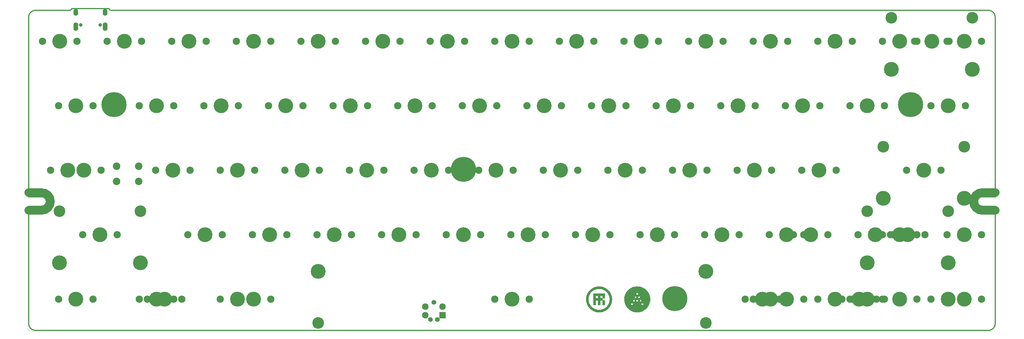
<source format=gbr>
%TF.GenerationSoftware,KiCad,Pcbnew,4.0.7*%
%TF.CreationDate,2018-04-08T23:12:56-07:00*%
%TF.ProjectId,VoyagerII,566F796167657249492E6B696361645F,rev?*%
%TF.FileFunction,Soldermask,Top*%
%FSLAX46Y46*%
G04 Gerber Fmt 4.6, Leading zero omitted, Abs format (unit mm)*
G04 Created by KiCad (PCBNEW 4.0.7) date 04/08/18 23:12:56*
%MOMM*%
%LPD*%
G01*
G04 APERTURE LIST*
%ADD10C,0.100000*%
%ADD11C,0.300000*%
%ADD12C,2.501900*%
%ADD13C,0.010000*%
%ADD14C,4.387800*%
%ADD15C,2.150000*%
%ADD16C,3.448000*%
%ADD17C,7.401300*%
%ADD18C,7.400240*%
%ADD19C,1.400000*%
%ADD20O,1.400000X2.000000*%
%ADD21O,1.400000X2.500000*%
%ADD22C,1.050000*%
%ADD23C,1.388060*%
%ADD24C,1.385520*%
%ADD25C,1.924000*%
%ADD26R,1.924000X1.924000*%
%ADD27C,2.200000*%
G04 APERTURE END LIST*
D10*
D11*
X50000000Y-47950000D02*
X60200000Y-47950000D01*
X71700000Y-47450000D02*
G75*
G03X72200000Y-47950000I500000J0D01*
G01*
X60200000Y-47950000D02*
G75*
G03X60700000Y-47450000I0J500000D01*
G01*
X60700000Y-47450000D02*
X71700000Y-47450000D01*
D12*
X329200000Y-101799050D02*
X333000000Y-101799050D01*
X326549050Y-104450000D02*
G75*
G02X329200000Y-101799050I2650950J0D01*
G01*
X329200000Y-107100950D02*
G75*
G02X326549050Y-104450000I0J2650950D01*
G01*
X329200000Y-107100950D02*
X333050000Y-107100950D01*
X48000000Y-101799050D02*
X51800000Y-101799050D01*
X54450950Y-104450000D02*
G75*
G03X51800000Y-101799050I-2650950J0D01*
G01*
X51800000Y-107100950D02*
G75*
G03X54450950Y-104450000I0J2650950D01*
G01*
X48000000Y-107100950D02*
X51800000Y-107100950D01*
D11*
X51800000Y-105850000D02*
G75*
G03X53200000Y-104450000I0J1400000D01*
G01*
X329200000Y-103050000D02*
X333000000Y-103050000D01*
X329200000Y-105850000D02*
X333000000Y-105850000D01*
X333000000Y-103050000D02*
X333000000Y-49950000D01*
X333000000Y-105850000D02*
X333000000Y-140550000D01*
X329200000Y-105850000D02*
G75*
G02X327800000Y-104450000I0J1400000D01*
G01*
X327800000Y-104450000D02*
G75*
G02X329200000Y-103050000I1400000J0D01*
G01*
X48000000Y-103050000D02*
X48000000Y-49950000D01*
X51800000Y-103050000D02*
X48000000Y-103050000D01*
X53200000Y-104450000D02*
G75*
G03X51800000Y-103050000I-1400000J0D01*
G01*
X48000000Y-105850000D02*
X51800000Y-105850000D01*
X48000000Y-140550000D02*
X48000000Y-105850000D01*
X333000000Y-49950000D02*
G75*
G03X331000000Y-47950000I-2000000J0D01*
G01*
X331000000Y-142550000D02*
G75*
G03X333000000Y-140550000I0J2000000D01*
G01*
X48000000Y-140550000D02*
G75*
G03X50000000Y-142550000I2000000J0D01*
G01*
X50000000Y-47950000D02*
G75*
G03X48000000Y-49950000I0J-2000000D01*
G01*
X331000000Y-47950000D02*
X72200000Y-47950000D01*
X50000000Y-142550000D02*
X331000000Y-142550000D01*
D13*
G36*
X227639735Y-129550138D02*
X227912618Y-129576784D01*
X227937695Y-129580249D01*
X228212326Y-129629208D01*
X228480227Y-129697098D01*
X228740648Y-129783432D01*
X228992840Y-129887721D01*
X229236051Y-130009477D01*
X229469532Y-130148211D01*
X229692533Y-130303434D01*
X229904304Y-130474659D01*
X230104095Y-130661398D01*
X230291155Y-130863160D01*
X230464736Y-131079459D01*
X230624086Y-131309806D01*
X230645374Y-131343400D01*
X230779096Y-131575729D01*
X230895453Y-131817651D01*
X230994194Y-132067803D01*
X231075068Y-132324824D01*
X231137825Y-132587352D01*
X231182214Y-132854025D01*
X231207985Y-133123481D01*
X231214886Y-133394359D01*
X231202668Y-133665296D01*
X231171080Y-133934931D01*
X231147458Y-134071360D01*
X231085042Y-134342506D01*
X231003617Y-134606677D01*
X230903474Y-134863265D01*
X230784902Y-135111662D01*
X230648190Y-135351258D01*
X230493628Y-135581445D01*
X230329193Y-135792447D01*
X230269449Y-135860819D01*
X230198057Y-135937498D01*
X230118968Y-136018604D01*
X230036132Y-136100257D01*
X229953500Y-136178578D01*
X229875022Y-136249689D01*
X229804648Y-136309709D01*
X229791895Y-136320041D01*
X229569165Y-136485687D01*
X229336224Y-136633961D01*
X229093974Y-136764492D01*
X228843315Y-136876909D01*
X228585148Y-136970838D01*
X228320373Y-137045910D01*
X228049891Y-137101752D01*
X227820855Y-137133321D01*
X227723095Y-137141950D01*
X227613748Y-137148469D01*
X227498935Y-137152726D01*
X227384774Y-137154569D01*
X227277385Y-137153848D01*
X227182889Y-137150411D01*
X227167733Y-137149493D01*
X226889602Y-137121384D01*
X226616414Y-137073721D01*
X226348928Y-137006805D01*
X226087901Y-136920940D01*
X225834092Y-136816428D01*
X225588258Y-136693574D01*
X225351157Y-136552679D01*
X225123547Y-136394046D01*
X224966927Y-136269818D01*
X224898555Y-136210074D01*
X224821876Y-136138682D01*
X224740770Y-136059593D01*
X224659117Y-135976757D01*
X224580796Y-135894125D01*
X224509685Y-135815647D01*
X224449665Y-135745273D01*
X224439333Y-135732520D01*
X224273900Y-135510035D01*
X224125535Y-135276912D01*
X223994704Y-135034160D01*
X223881873Y-134782785D01*
X223787507Y-134523795D01*
X223780204Y-134498080D01*
X225611055Y-134498080D01*
X225611055Y-135016240D01*
X226129215Y-135016240D01*
X226129215Y-134498080D01*
X228659055Y-134498080D01*
X228659055Y-135016240D01*
X229177215Y-135016240D01*
X229177215Y-134498080D01*
X228659055Y-134498080D01*
X226129215Y-134498080D01*
X225611055Y-134498080D01*
X223780204Y-134498080D01*
X223712073Y-134258200D01*
X223671257Y-134071360D01*
X223630062Y-133804448D01*
X223608012Y-133533945D01*
X223607546Y-133492240D01*
X226129215Y-133492240D01*
X226129215Y-134010400D01*
X226647375Y-134010400D01*
X226647375Y-133492240D01*
X227135055Y-133492240D01*
X227135055Y-134010400D01*
X227653215Y-134010400D01*
X227653215Y-133492240D01*
X228171375Y-133492240D01*
X228171375Y-134010400D01*
X228659055Y-134010400D01*
X228659055Y-133492240D01*
X228171375Y-133492240D01*
X227653215Y-133492240D01*
X227135055Y-133492240D01*
X226647375Y-133492240D01*
X226129215Y-133492240D01*
X223607546Y-133492240D01*
X223604968Y-133261818D01*
X223620791Y-132990032D01*
X223655342Y-132720554D01*
X223702259Y-132486400D01*
X226647375Y-132486400D01*
X226647375Y-132974080D01*
X227135055Y-132974080D01*
X227135055Y-132486400D01*
X227653215Y-132486400D01*
X227653215Y-132974080D01*
X228171375Y-132974080D01*
X228171375Y-132486400D01*
X227653215Y-132486400D01*
X227135055Y-132486400D01*
X226647375Y-132486400D01*
X223702259Y-132486400D01*
X223708481Y-132455350D01*
X223780071Y-132196388D01*
X223810218Y-132105400D01*
X223909890Y-131848440D01*
X224027621Y-131600218D01*
X224112634Y-131450080D01*
X227135055Y-131450080D01*
X227135055Y-131968240D01*
X227653215Y-131968240D01*
X227653215Y-131450080D01*
X227135055Y-131450080D01*
X224112634Y-131450080D01*
X224162734Y-131361603D01*
X224314553Y-131133468D01*
X224482399Y-130916683D01*
X224665597Y-130712121D01*
X224863469Y-130520652D01*
X225075338Y-130343148D01*
X225300527Y-130180480D01*
X225311335Y-130173276D01*
X225544433Y-130030555D01*
X225786711Y-129905577D01*
X226036978Y-129798613D01*
X226294044Y-129709930D01*
X226556721Y-129639797D01*
X226823818Y-129588483D01*
X227094146Y-129556256D01*
X227366515Y-129543385D01*
X227639735Y-129550138D01*
X227639735Y-129550138D01*
G37*
X227639735Y-129550138D02*
X227912618Y-129576784D01*
X227937695Y-129580249D01*
X228212326Y-129629208D01*
X228480227Y-129697098D01*
X228740648Y-129783432D01*
X228992840Y-129887721D01*
X229236051Y-130009477D01*
X229469532Y-130148211D01*
X229692533Y-130303434D01*
X229904304Y-130474659D01*
X230104095Y-130661398D01*
X230291155Y-130863160D01*
X230464736Y-131079459D01*
X230624086Y-131309806D01*
X230645374Y-131343400D01*
X230779096Y-131575729D01*
X230895453Y-131817651D01*
X230994194Y-132067803D01*
X231075068Y-132324824D01*
X231137825Y-132587352D01*
X231182214Y-132854025D01*
X231207985Y-133123481D01*
X231214886Y-133394359D01*
X231202668Y-133665296D01*
X231171080Y-133934931D01*
X231147458Y-134071360D01*
X231085042Y-134342506D01*
X231003617Y-134606677D01*
X230903474Y-134863265D01*
X230784902Y-135111662D01*
X230648190Y-135351258D01*
X230493628Y-135581445D01*
X230329193Y-135792447D01*
X230269449Y-135860819D01*
X230198057Y-135937498D01*
X230118968Y-136018604D01*
X230036132Y-136100257D01*
X229953500Y-136178578D01*
X229875022Y-136249689D01*
X229804648Y-136309709D01*
X229791895Y-136320041D01*
X229569165Y-136485687D01*
X229336224Y-136633961D01*
X229093974Y-136764492D01*
X228843315Y-136876909D01*
X228585148Y-136970838D01*
X228320373Y-137045910D01*
X228049891Y-137101752D01*
X227820855Y-137133321D01*
X227723095Y-137141950D01*
X227613748Y-137148469D01*
X227498935Y-137152726D01*
X227384774Y-137154569D01*
X227277385Y-137153848D01*
X227182889Y-137150411D01*
X227167733Y-137149493D01*
X226889602Y-137121384D01*
X226616414Y-137073721D01*
X226348928Y-137006805D01*
X226087901Y-136920940D01*
X225834092Y-136816428D01*
X225588258Y-136693574D01*
X225351157Y-136552679D01*
X225123547Y-136394046D01*
X224966927Y-136269818D01*
X224898555Y-136210074D01*
X224821876Y-136138682D01*
X224740770Y-136059593D01*
X224659117Y-135976757D01*
X224580796Y-135894125D01*
X224509685Y-135815647D01*
X224449665Y-135745273D01*
X224439333Y-135732520D01*
X224273900Y-135510035D01*
X224125535Y-135276912D01*
X223994704Y-135034160D01*
X223881873Y-134782785D01*
X223787507Y-134523795D01*
X223780204Y-134498080D01*
X225611055Y-134498080D01*
X225611055Y-135016240D01*
X226129215Y-135016240D01*
X226129215Y-134498080D01*
X228659055Y-134498080D01*
X228659055Y-135016240D01*
X229177215Y-135016240D01*
X229177215Y-134498080D01*
X228659055Y-134498080D01*
X226129215Y-134498080D01*
X225611055Y-134498080D01*
X223780204Y-134498080D01*
X223712073Y-134258200D01*
X223671257Y-134071360D01*
X223630062Y-133804448D01*
X223608012Y-133533945D01*
X223607546Y-133492240D01*
X226129215Y-133492240D01*
X226129215Y-134010400D01*
X226647375Y-134010400D01*
X226647375Y-133492240D01*
X227135055Y-133492240D01*
X227135055Y-134010400D01*
X227653215Y-134010400D01*
X227653215Y-133492240D01*
X228171375Y-133492240D01*
X228171375Y-134010400D01*
X228659055Y-134010400D01*
X228659055Y-133492240D01*
X228171375Y-133492240D01*
X227653215Y-133492240D01*
X227135055Y-133492240D01*
X226647375Y-133492240D01*
X226129215Y-133492240D01*
X223607546Y-133492240D01*
X223604968Y-133261818D01*
X223620791Y-132990032D01*
X223655342Y-132720554D01*
X223702259Y-132486400D01*
X226647375Y-132486400D01*
X226647375Y-132974080D01*
X227135055Y-132974080D01*
X227135055Y-132486400D01*
X227653215Y-132486400D01*
X227653215Y-132974080D01*
X228171375Y-132974080D01*
X228171375Y-132486400D01*
X227653215Y-132486400D01*
X227135055Y-132486400D01*
X226647375Y-132486400D01*
X223702259Y-132486400D01*
X223708481Y-132455350D01*
X223780071Y-132196388D01*
X223810218Y-132105400D01*
X223909890Y-131848440D01*
X224027621Y-131600218D01*
X224112634Y-131450080D01*
X227135055Y-131450080D01*
X227135055Y-131968240D01*
X227653215Y-131968240D01*
X227653215Y-131450080D01*
X227135055Y-131450080D01*
X224112634Y-131450080D01*
X224162734Y-131361603D01*
X224314553Y-131133468D01*
X224482399Y-130916683D01*
X224665597Y-130712121D01*
X224863469Y-130520652D01*
X225075338Y-130343148D01*
X225300527Y-130180480D01*
X225311335Y-130173276D01*
X225544433Y-130030555D01*
X225786711Y-129905577D01*
X226036978Y-129798613D01*
X226294044Y-129709930D01*
X226556721Y-129639797D01*
X226823818Y-129588483D01*
X227094146Y-129556256D01*
X227366515Y-129543385D01*
X227639735Y-129550138D01*
G36*
X216376072Y-129551189D02*
X216656281Y-129577606D01*
X216935778Y-129624253D01*
X216951560Y-129627498D01*
X217209216Y-129691256D01*
X217463094Y-129774424D01*
X217711662Y-129876214D01*
X217953385Y-129995839D01*
X218186731Y-130132513D01*
X218410166Y-130285449D01*
X218622156Y-130453861D01*
X218705820Y-130527574D01*
X218834344Y-130648716D01*
X218949829Y-130767560D01*
X219057774Y-130890124D01*
X219163680Y-131022429D01*
X219191375Y-131058920D01*
X219351427Y-131288117D01*
X219492679Y-131524839D01*
X219615348Y-131769571D01*
X219719652Y-132022797D01*
X219805809Y-132285001D01*
X219874038Y-132556669D01*
X219881939Y-132594349D01*
X219926923Y-132863043D01*
X219952432Y-133133734D01*
X219958477Y-133404760D01*
X219945067Y-133674460D01*
X219912214Y-133941174D01*
X219872490Y-134148805D01*
X219851275Y-134239136D01*
X219826748Y-134335222D01*
X219800617Y-134430842D01*
X219774588Y-134519774D01*
X219750371Y-134595799D01*
X219747325Y-134604760D01*
X219722762Y-134671831D01*
X219691753Y-134749542D01*
X219656162Y-134833783D01*
X219617850Y-134920446D01*
X219578684Y-135005423D01*
X219540524Y-135084603D01*
X219505237Y-135153880D01*
X219474684Y-135209144D01*
X219468523Y-135219440D01*
X219441607Y-135263496D01*
X219409489Y-135315976D01*
X219377610Y-135367995D01*
X219365899Y-135387080D01*
X219342129Y-135423897D01*
X219308945Y-135472646D01*
X219269296Y-135529134D01*
X219226132Y-135589165D01*
X219182400Y-135648545D01*
X219177142Y-135655577D01*
X219064194Y-135796934D01*
X218936705Y-135939896D01*
X218799437Y-136079705D01*
X218657145Y-136211601D01*
X218514591Y-136330826D01*
X218459577Y-136373142D01*
X218400566Y-136416740D01*
X218340389Y-136460133D01*
X218283241Y-136500371D01*
X218233317Y-136534506D01*
X218194811Y-136559590D01*
X218191080Y-136561899D01*
X218141811Y-136592114D01*
X218088445Y-136624791D01*
X218039870Y-136654492D01*
X218023440Y-136664523D01*
X217980697Y-136688779D01*
X217923065Y-136718823D01*
X217854473Y-136752778D01*
X217778848Y-136788766D01*
X217700119Y-136824908D01*
X217622216Y-136859326D01*
X217566240Y-136883067D01*
X217380737Y-136952496D01*
X217180841Y-137013300D01*
X216970982Y-137064509D01*
X216755592Y-137105149D01*
X216539101Y-137134249D01*
X216352120Y-137149487D01*
X216282624Y-137153258D01*
X216227462Y-137155889D01*
X216181429Y-137157376D01*
X216139321Y-137157713D01*
X216095935Y-137156897D01*
X216046066Y-137154921D01*
X215984511Y-137151781D01*
X215935560Y-137149103D01*
X215687547Y-137127123D01*
X215442867Y-137088472D01*
X215199406Y-137032613D01*
X214955053Y-136959004D01*
X214707695Y-136867109D01*
X214528400Y-136790154D01*
X214402848Y-136728740D01*
X214268795Y-136654829D01*
X214130883Y-136571422D01*
X213993754Y-136481521D01*
X213862050Y-136388126D01*
X213740414Y-136294238D01*
X213669880Y-136235177D01*
X213469945Y-136048597D01*
X213284091Y-135848787D01*
X213113055Y-135636987D01*
X212957573Y-135414442D01*
X212818382Y-135182393D01*
X212696219Y-134942082D01*
X212591822Y-134694752D01*
X212505926Y-134441645D01*
X212439270Y-134184004D01*
X212431498Y-134147560D01*
X212383705Y-133868121D01*
X212356144Y-133587937D01*
X212350315Y-133365160D01*
X213026303Y-133365160D01*
X213030835Y-133526576D01*
X213041466Y-133684864D01*
X213058129Y-133834418D01*
X213061473Y-133858000D01*
X213100511Y-134062477D01*
X213157587Y-134270207D01*
X213231399Y-134478217D01*
X213320642Y-134683533D01*
X213424013Y-134883183D01*
X213540208Y-135074192D01*
X213667924Y-135253589D01*
X213680579Y-135269882D01*
X213844448Y-135462881D01*
X214022465Y-135641566D01*
X214213709Y-135805253D01*
X214417258Y-135953259D01*
X214632188Y-136084897D01*
X214857579Y-136199486D01*
X215034694Y-136274511D01*
X215169203Y-136322037D01*
X215316087Y-136365558D01*
X215468361Y-136403372D01*
X215619039Y-136433776D01*
X215761135Y-136455068D01*
X215788240Y-136458118D01*
X215836119Y-136463189D01*
X215879463Y-136467816D01*
X215912364Y-136471367D01*
X215925400Y-136472803D01*
X215959902Y-136475205D01*
X216010280Y-136476783D01*
X216072107Y-136477571D01*
X216140957Y-136477605D01*
X216212402Y-136476917D01*
X216282017Y-136475543D01*
X216345374Y-136473517D01*
X216398048Y-136470873D01*
X216423240Y-136468952D01*
X216674779Y-136435687D01*
X216922699Y-136382859D01*
X217165406Y-136310948D01*
X217401309Y-136220433D01*
X217628818Y-136111794D01*
X217656149Y-136097200D01*
X217733545Y-136052671D01*
X217820723Y-135997940D01*
X217912505Y-135936558D01*
X218003711Y-135872073D01*
X218089165Y-135808037D01*
X218155520Y-135754853D01*
X218343294Y-135585257D01*
X218515308Y-135403134D01*
X218671153Y-135209266D01*
X218810424Y-135004434D01*
X218932714Y-134789421D01*
X219037617Y-134565008D01*
X219124724Y-134331977D01*
X219193632Y-134091111D01*
X219243931Y-133843192D01*
X219273925Y-133603945D01*
X219278610Y-133528703D01*
X219280963Y-133439408D01*
X219281107Y-133341427D01*
X219279168Y-133240128D01*
X219275268Y-133140878D01*
X219269530Y-133049045D01*
X219262080Y-132969996D01*
X219258710Y-132943600D01*
X219227655Y-132759267D01*
X219186882Y-132576650D01*
X219137870Y-132401607D01*
X219082101Y-132239994D01*
X219078511Y-132230694D01*
X218979152Y-132002026D01*
X218862940Y-131783053D01*
X218730803Y-131574718D01*
X218583667Y-131377964D01*
X218422461Y-131193733D01*
X218248111Y-131022969D01*
X218061545Y-130866615D01*
X217863689Y-130725613D01*
X217655472Y-130600906D01*
X217437821Y-130493437D01*
X217322400Y-130445141D01*
X217173827Y-130389021D01*
X217036837Y-130342725D01*
X216907185Y-130305465D01*
X216780624Y-130276448D01*
X216652910Y-130254886D01*
X216519797Y-130239987D01*
X216377039Y-130230962D01*
X216220392Y-130227020D01*
X216148920Y-130226691D01*
X216035748Y-130227333D01*
X215938639Y-130229392D01*
X215853361Y-130233234D01*
X215775683Y-130239228D01*
X215701374Y-130247741D01*
X215626202Y-130259143D01*
X215545938Y-130273801D01*
X215498680Y-130283263D01*
X215393775Y-130308066D01*
X215277113Y-130341330D01*
X215154369Y-130381078D01*
X215031219Y-130425330D01*
X214913338Y-130472107D01*
X214806402Y-130519430D01*
X214768345Y-130537880D01*
X214594115Y-130632488D01*
X214421555Y-130740819D01*
X214254491Y-130859995D01*
X214096747Y-130987137D01*
X213952149Y-131119367D01*
X213839404Y-131236991D01*
X213674769Y-131435509D01*
X213527837Y-131642933D01*
X213398939Y-131858559D01*
X213288403Y-132081687D01*
X213196560Y-132311615D01*
X213123738Y-132547641D01*
X213070268Y-132789062D01*
X213049991Y-132918200D01*
X213035813Y-133055366D01*
X213027940Y-133206222D01*
X213026303Y-133365160D01*
X212350315Y-133365160D01*
X212348808Y-133307596D01*
X212361690Y-133027691D01*
X212394782Y-132748811D01*
X212448078Y-132471548D01*
X212451697Y-132455920D01*
X212513195Y-132230283D01*
X212592445Y-132001785D01*
X212687941Y-131774046D01*
X212798175Y-131550686D01*
X212910310Y-131353824D01*
X213037439Y-131161283D01*
X213182250Y-130971270D01*
X213342104Y-130786601D01*
X213514366Y-130610092D01*
X213696398Y-130444558D01*
X213885563Y-130292815D01*
X213944464Y-130249572D01*
X214155076Y-130109375D01*
X214377536Y-129982255D01*
X214608634Y-129869681D01*
X214845159Y-129773122D01*
X215083901Y-129694048D01*
X215259920Y-129647697D01*
X215537074Y-129593259D01*
X215815878Y-129559023D01*
X216095741Y-129544998D01*
X216376072Y-129551189D01*
X216376072Y-129551189D01*
G37*
X216376072Y-129551189D02*
X216656281Y-129577606D01*
X216935778Y-129624253D01*
X216951560Y-129627498D01*
X217209216Y-129691256D01*
X217463094Y-129774424D01*
X217711662Y-129876214D01*
X217953385Y-129995839D01*
X218186731Y-130132513D01*
X218410166Y-130285449D01*
X218622156Y-130453861D01*
X218705820Y-130527574D01*
X218834344Y-130648716D01*
X218949829Y-130767560D01*
X219057774Y-130890124D01*
X219163680Y-131022429D01*
X219191375Y-131058920D01*
X219351427Y-131288117D01*
X219492679Y-131524839D01*
X219615348Y-131769571D01*
X219719652Y-132022797D01*
X219805809Y-132285001D01*
X219874038Y-132556669D01*
X219881939Y-132594349D01*
X219926923Y-132863043D01*
X219952432Y-133133734D01*
X219958477Y-133404760D01*
X219945067Y-133674460D01*
X219912214Y-133941174D01*
X219872490Y-134148805D01*
X219851275Y-134239136D01*
X219826748Y-134335222D01*
X219800617Y-134430842D01*
X219774588Y-134519774D01*
X219750371Y-134595799D01*
X219747325Y-134604760D01*
X219722762Y-134671831D01*
X219691753Y-134749542D01*
X219656162Y-134833783D01*
X219617850Y-134920446D01*
X219578684Y-135005423D01*
X219540524Y-135084603D01*
X219505237Y-135153880D01*
X219474684Y-135209144D01*
X219468523Y-135219440D01*
X219441607Y-135263496D01*
X219409489Y-135315976D01*
X219377610Y-135367995D01*
X219365899Y-135387080D01*
X219342129Y-135423897D01*
X219308945Y-135472646D01*
X219269296Y-135529134D01*
X219226132Y-135589165D01*
X219182400Y-135648545D01*
X219177142Y-135655577D01*
X219064194Y-135796934D01*
X218936705Y-135939896D01*
X218799437Y-136079705D01*
X218657145Y-136211601D01*
X218514591Y-136330826D01*
X218459577Y-136373142D01*
X218400566Y-136416740D01*
X218340389Y-136460133D01*
X218283241Y-136500371D01*
X218233317Y-136534506D01*
X218194811Y-136559590D01*
X218191080Y-136561899D01*
X218141811Y-136592114D01*
X218088445Y-136624791D01*
X218039870Y-136654492D01*
X218023440Y-136664523D01*
X217980697Y-136688779D01*
X217923065Y-136718823D01*
X217854473Y-136752778D01*
X217778848Y-136788766D01*
X217700119Y-136824908D01*
X217622216Y-136859326D01*
X217566240Y-136883067D01*
X217380737Y-136952496D01*
X217180841Y-137013300D01*
X216970982Y-137064509D01*
X216755592Y-137105149D01*
X216539101Y-137134249D01*
X216352120Y-137149487D01*
X216282624Y-137153258D01*
X216227462Y-137155889D01*
X216181429Y-137157376D01*
X216139321Y-137157713D01*
X216095935Y-137156897D01*
X216046066Y-137154921D01*
X215984511Y-137151781D01*
X215935560Y-137149103D01*
X215687547Y-137127123D01*
X215442867Y-137088472D01*
X215199406Y-137032613D01*
X214955053Y-136959004D01*
X214707695Y-136867109D01*
X214528400Y-136790154D01*
X214402848Y-136728740D01*
X214268795Y-136654829D01*
X214130883Y-136571422D01*
X213993754Y-136481521D01*
X213862050Y-136388126D01*
X213740414Y-136294238D01*
X213669880Y-136235177D01*
X213469945Y-136048597D01*
X213284091Y-135848787D01*
X213113055Y-135636987D01*
X212957573Y-135414442D01*
X212818382Y-135182393D01*
X212696219Y-134942082D01*
X212591822Y-134694752D01*
X212505926Y-134441645D01*
X212439270Y-134184004D01*
X212431498Y-134147560D01*
X212383705Y-133868121D01*
X212356144Y-133587937D01*
X212350315Y-133365160D01*
X213026303Y-133365160D01*
X213030835Y-133526576D01*
X213041466Y-133684864D01*
X213058129Y-133834418D01*
X213061473Y-133858000D01*
X213100511Y-134062477D01*
X213157587Y-134270207D01*
X213231399Y-134478217D01*
X213320642Y-134683533D01*
X213424013Y-134883183D01*
X213540208Y-135074192D01*
X213667924Y-135253589D01*
X213680579Y-135269882D01*
X213844448Y-135462881D01*
X214022465Y-135641566D01*
X214213709Y-135805253D01*
X214417258Y-135953259D01*
X214632188Y-136084897D01*
X214857579Y-136199486D01*
X215034694Y-136274511D01*
X215169203Y-136322037D01*
X215316087Y-136365558D01*
X215468361Y-136403372D01*
X215619039Y-136433776D01*
X215761135Y-136455068D01*
X215788240Y-136458118D01*
X215836119Y-136463189D01*
X215879463Y-136467816D01*
X215912364Y-136471367D01*
X215925400Y-136472803D01*
X215959902Y-136475205D01*
X216010280Y-136476783D01*
X216072107Y-136477571D01*
X216140957Y-136477605D01*
X216212402Y-136476917D01*
X216282017Y-136475543D01*
X216345374Y-136473517D01*
X216398048Y-136470873D01*
X216423240Y-136468952D01*
X216674779Y-136435687D01*
X216922699Y-136382859D01*
X217165406Y-136310948D01*
X217401309Y-136220433D01*
X217628818Y-136111794D01*
X217656149Y-136097200D01*
X217733545Y-136052671D01*
X217820723Y-135997940D01*
X217912505Y-135936558D01*
X218003711Y-135872073D01*
X218089165Y-135808037D01*
X218155520Y-135754853D01*
X218343294Y-135585257D01*
X218515308Y-135403134D01*
X218671153Y-135209266D01*
X218810424Y-135004434D01*
X218932714Y-134789421D01*
X219037617Y-134565008D01*
X219124724Y-134331977D01*
X219193632Y-134091111D01*
X219243931Y-133843192D01*
X219273925Y-133603945D01*
X219278610Y-133528703D01*
X219280963Y-133439408D01*
X219281107Y-133341427D01*
X219279168Y-133240128D01*
X219275268Y-133140878D01*
X219269530Y-133049045D01*
X219262080Y-132969996D01*
X219258710Y-132943600D01*
X219227655Y-132759267D01*
X219186882Y-132576650D01*
X219137870Y-132401607D01*
X219082101Y-132239994D01*
X219078511Y-132230694D01*
X218979152Y-132002026D01*
X218862940Y-131783053D01*
X218730803Y-131574718D01*
X218583667Y-131377964D01*
X218422461Y-131193733D01*
X218248111Y-131022969D01*
X218061545Y-130866615D01*
X217863689Y-130725613D01*
X217655472Y-130600906D01*
X217437821Y-130493437D01*
X217322400Y-130445141D01*
X217173827Y-130389021D01*
X217036837Y-130342725D01*
X216907185Y-130305465D01*
X216780624Y-130276448D01*
X216652910Y-130254886D01*
X216519797Y-130239987D01*
X216377039Y-130230962D01*
X216220392Y-130227020D01*
X216148920Y-130226691D01*
X216035748Y-130227333D01*
X215938639Y-130229392D01*
X215853361Y-130233234D01*
X215775683Y-130239228D01*
X215701374Y-130247741D01*
X215626202Y-130259143D01*
X215545938Y-130273801D01*
X215498680Y-130283263D01*
X215393775Y-130308066D01*
X215277113Y-130341330D01*
X215154369Y-130381078D01*
X215031219Y-130425330D01*
X214913338Y-130472107D01*
X214806402Y-130519430D01*
X214768345Y-130537880D01*
X214594115Y-130632488D01*
X214421555Y-130740819D01*
X214254491Y-130859995D01*
X214096747Y-130987137D01*
X213952149Y-131119367D01*
X213839404Y-131236991D01*
X213674769Y-131435509D01*
X213527837Y-131642933D01*
X213398939Y-131858559D01*
X213288403Y-132081687D01*
X213196560Y-132311615D01*
X213123738Y-132547641D01*
X213070268Y-132789062D01*
X213049991Y-132918200D01*
X213035813Y-133055366D01*
X213027940Y-133206222D01*
X213026303Y-133365160D01*
X212350315Y-133365160D01*
X212348808Y-133307596D01*
X212361690Y-133027691D01*
X212394782Y-132748811D01*
X212448078Y-132471548D01*
X212451697Y-132455920D01*
X212513195Y-132230283D01*
X212592445Y-132001785D01*
X212687941Y-131774046D01*
X212798175Y-131550686D01*
X212910310Y-131353824D01*
X213037439Y-131161283D01*
X213182250Y-130971270D01*
X213342104Y-130786601D01*
X213514366Y-130610092D01*
X213696398Y-130444558D01*
X213885563Y-130292815D01*
X213944464Y-130249572D01*
X214155076Y-130109375D01*
X214377536Y-129982255D01*
X214608634Y-129869681D01*
X214845159Y-129773122D01*
X215083901Y-129694048D01*
X215259920Y-129647697D01*
X215537074Y-129593259D01*
X215815878Y-129559023D01*
X216095741Y-129544998D01*
X216376072Y-129551189D01*
G36*
X217850720Y-133004560D02*
X217170000Y-133004560D01*
X217170000Y-132323840D01*
X216829504Y-132323840D01*
X216489009Y-132323839D01*
X216491684Y-132666740D01*
X216494360Y-133009640D01*
X216832180Y-133012316D01*
X217170000Y-133014993D01*
X217170000Y-133685280D01*
X216489280Y-133685280D01*
X216489280Y-135046720D01*
X215818864Y-135046720D01*
X215813640Y-133690360D01*
X215470740Y-133687684D01*
X215127840Y-133685009D01*
X215127840Y-135046720D01*
X214457280Y-135046720D01*
X214457280Y-132662371D01*
X215127840Y-132662371D01*
X215128040Y-132743414D01*
X215128607Y-132817918D01*
X215129495Y-132883462D01*
X215130653Y-132937626D01*
X215132035Y-132977990D01*
X215133590Y-133002135D01*
X215134748Y-133008081D01*
X215146211Y-133009658D01*
X215175563Y-133010949D01*
X215220373Y-133011924D01*
X215278210Y-133012554D01*
X215346644Y-133012808D01*
X215423245Y-133012656D01*
X215477648Y-133012314D01*
X215813640Y-133009640D01*
X215813640Y-132328920D01*
X215470740Y-132326244D01*
X215127840Y-132323569D01*
X215127840Y-132662371D01*
X214457280Y-132662371D01*
X214457280Y-131653280D01*
X217850720Y-131653280D01*
X217850720Y-133004560D01*
X217850720Y-133004560D01*
G37*
X217850720Y-133004560D02*
X217170000Y-133004560D01*
X217170000Y-132323840D01*
X216829504Y-132323840D01*
X216489009Y-132323839D01*
X216491684Y-132666740D01*
X216494360Y-133009640D01*
X216832180Y-133012316D01*
X217170000Y-133014993D01*
X217170000Y-133685280D01*
X216489280Y-133685280D01*
X216489280Y-135046720D01*
X215818864Y-135046720D01*
X215813640Y-133690360D01*
X215470740Y-133687684D01*
X215127840Y-133685009D01*
X215127840Y-135046720D01*
X214457280Y-135046720D01*
X214457280Y-132662371D01*
X215127840Y-132662371D01*
X215128040Y-132743414D01*
X215128607Y-132817918D01*
X215129495Y-132883462D01*
X215130653Y-132937626D01*
X215132035Y-132977990D01*
X215133590Y-133002135D01*
X215134748Y-133008081D01*
X215146211Y-133009658D01*
X215175563Y-133010949D01*
X215220373Y-133011924D01*
X215278210Y-133012554D01*
X215346644Y-133012808D01*
X215423245Y-133012656D01*
X215477648Y-133012314D01*
X215813640Y-133009640D01*
X215813640Y-132328920D01*
X215470740Y-132326244D01*
X215127840Y-132323569D01*
X215127840Y-132662371D01*
X214457280Y-132662371D01*
X214457280Y-131653280D01*
X217850720Y-131653280D01*
X217850720Y-133004560D01*
G36*
X217850720Y-135046720D02*
X217169855Y-135046720D01*
X217172467Y-134368540D01*
X217175080Y-133690360D01*
X217850720Y-133685006D01*
X217850720Y-135046720D01*
X217850720Y-135046720D01*
G37*
X217850720Y-135046720D02*
X217169855Y-135046720D01*
X217172467Y-134368540D01*
X217175080Y-133690360D01*
X217850720Y-133685006D01*
X217850720Y-135046720D01*
D14*
X307181250Y-114300000D03*
D15*
X302101250Y-114300000D03*
X312261250Y-114300000D03*
D16*
X295243250Y-107315000D03*
X319119250Y-107315000D03*
D14*
X295243250Y-122555000D03*
X319119250Y-122555000D03*
X190500000Y-133350000D03*
D15*
X185420000Y-133350000D03*
X195580000Y-133350000D03*
D16*
X133350000Y-140335000D03*
X247650000Y-140335000D03*
D14*
X133350000Y-125095000D03*
X247650000Y-125095000D03*
X264318750Y-133350000D03*
D15*
X259238750Y-133350000D03*
X269398750Y-133350000D03*
D14*
X266700000Y-133350000D03*
D15*
X261620000Y-133350000D03*
X271780000Y-133350000D03*
D14*
X271462500Y-133350000D03*
D15*
X266382500Y-133350000D03*
X276542500Y-133350000D03*
D14*
X319087500Y-133350000D03*
D15*
X314007500Y-133350000D03*
X324167500Y-133350000D03*
D14*
X295275000Y-133350000D03*
D15*
X290195000Y-133350000D03*
X300355000Y-133350000D03*
D14*
X114300000Y-133350000D03*
D15*
X109220000Y-133350000D03*
X119380000Y-133350000D03*
D14*
X88106250Y-133350000D03*
D15*
X83026250Y-133350000D03*
X93186250Y-133350000D03*
D14*
X59531250Y-95250000D03*
D15*
X54451250Y-95250000D03*
X64611250Y-95250000D03*
D14*
X323850000Y-114300000D03*
D15*
X318770000Y-114300000D03*
X328930000Y-114300000D03*
D14*
X304800000Y-114300000D03*
D15*
X299720000Y-114300000D03*
X309880000Y-114300000D03*
D14*
X297656250Y-114300000D03*
D15*
X292576250Y-114300000D03*
X302736250Y-114300000D03*
D14*
X278606250Y-114300000D03*
D15*
X273526250Y-114300000D03*
X283686250Y-114300000D03*
D14*
X271462500Y-114300000D03*
D15*
X266382500Y-114300000D03*
X276542500Y-114300000D03*
D14*
X323850000Y-133350000D03*
D15*
X318770000Y-133350000D03*
X328930000Y-133350000D03*
D14*
X304800000Y-133350000D03*
D15*
X299720000Y-133350000D03*
X309880000Y-133350000D03*
D14*
X292893750Y-133350000D03*
D15*
X287813750Y-133350000D03*
X297973750Y-133350000D03*
D14*
X285750000Y-133350000D03*
D15*
X280670000Y-133350000D03*
X290830000Y-133350000D03*
D14*
X109537500Y-133350000D03*
D15*
X104457500Y-133350000D03*
X114617500Y-133350000D03*
D14*
X85725000Y-133350000D03*
D15*
X80645000Y-133350000D03*
X90805000Y-133350000D03*
D14*
X61912500Y-133350000D03*
D15*
X56832500Y-133350000D03*
X66992500Y-133350000D03*
D14*
X295275000Y-76200000D03*
D15*
X290195000Y-76200000D03*
X300355000Y-76200000D03*
D14*
X319087500Y-76200000D03*
D15*
X314007500Y-76200000D03*
X324167500Y-76200000D03*
D14*
X276225000Y-76200000D03*
D15*
X271145000Y-76200000D03*
X281305000Y-76200000D03*
D14*
X100012500Y-114300000D03*
D15*
X94932500Y-114300000D03*
X105092500Y-114300000D03*
D14*
X180975000Y-76200000D03*
D15*
X175895000Y-76200000D03*
X186055000Y-76200000D03*
D14*
X119062500Y-114300000D03*
D15*
X113982500Y-114300000D03*
X124142500Y-114300000D03*
D14*
X104775000Y-76200000D03*
D15*
X99695000Y-76200000D03*
X109855000Y-76200000D03*
D14*
X157162500Y-114300000D03*
D15*
X152082500Y-114300000D03*
X162242500Y-114300000D03*
D14*
X200025000Y-76200000D03*
D15*
X194945000Y-76200000D03*
X205105000Y-76200000D03*
D14*
X61912500Y-76200000D03*
D15*
X56832500Y-76200000D03*
X66992500Y-76200000D03*
D14*
X161925000Y-76200000D03*
D15*
X156845000Y-76200000D03*
X167005000Y-76200000D03*
D14*
X69056250Y-114300000D03*
D15*
X63976250Y-114300000D03*
X74136250Y-114300000D03*
D16*
X57118250Y-107315000D03*
X80994250Y-107315000D03*
D14*
X57118250Y-122555000D03*
X80994250Y-122555000D03*
X109537500Y-95250000D03*
D15*
X104457500Y-95250000D03*
X114617500Y-95250000D03*
D14*
X142875000Y-76200000D03*
D15*
X137795000Y-76200000D03*
X147955000Y-76200000D03*
D14*
X85725000Y-76200000D03*
D15*
X80645000Y-76200000D03*
X90805000Y-76200000D03*
D14*
X257175000Y-76200000D03*
D15*
X252095000Y-76200000D03*
X262255000Y-76200000D03*
D14*
X238125000Y-76200000D03*
D15*
X233045000Y-76200000D03*
X243205000Y-76200000D03*
D14*
X195262500Y-114300000D03*
D15*
X190182500Y-114300000D03*
X200342500Y-114300000D03*
D14*
X214312500Y-114300000D03*
D15*
X209232500Y-114300000D03*
X219392500Y-114300000D03*
D14*
X242887500Y-95250000D03*
D15*
X237807500Y-95250000D03*
X247967500Y-95250000D03*
D14*
X223837500Y-95250000D03*
D15*
X218757500Y-95250000D03*
X228917500Y-95250000D03*
D14*
X204787500Y-95250000D03*
D15*
X199707500Y-95250000D03*
X209867500Y-95250000D03*
D14*
X219075000Y-76200000D03*
D15*
X213995000Y-76200000D03*
X224155000Y-76200000D03*
D14*
X185737500Y-95250000D03*
D15*
X180657500Y-95250000D03*
X190817500Y-95250000D03*
D14*
X166687500Y-95250000D03*
D15*
X161607500Y-95250000D03*
X171767500Y-95250000D03*
D14*
X147637500Y-95250000D03*
D15*
X142557500Y-95250000D03*
X152717500Y-95250000D03*
D14*
X57150000Y-57150000D03*
D15*
X52070000Y-57150000D03*
X62230000Y-57150000D03*
D14*
X311943750Y-95250000D03*
D15*
X306863750Y-95250000D03*
X317023750Y-95250000D03*
D16*
X300005750Y-88265000D03*
X323881750Y-88265000D03*
D14*
X300005750Y-103505000D03*
X323881750Y-103505000D03*
X123825000Y-76200000D03*
D15*
X118745000Y-76200000D03*
X128905000Y-76200000D03*
D14*
X304800000Y-57150000D03*
D15*
X299720000Y-57150000D03*
X309880000Y-57150000D03*
D14*
X128587500Y-95250000D03*
D15*
X123507500Y-95250000D03*
X133667500Y-95250000D03*
D14*
X64293750Y-95250000D03*
D15*
X59213750Y-95250000D03*
X69373750Y-95250000D03*
D14*
X138112500Y-114300000D03*
D15*
X133032500Y-114300000D03*
X143192500Y-114300000D03*
D14*
X323850000Y-57150000D03*
D15*
X318770000Y-57150000D03*
X328930000Y-57150000D03*
D14*
X314325000Y-57150000D03*
D15*
X309245000Y-57150000D03*
X319405000Y-57150000D03*
D16*
X302387000Y-50165000D03*
X326263000Y-50165000D03*
D14*
X302387000Y-65405000D03*
X326263000Y-65405000D03*
X176212500Y-114300000D03*
D15*
X171132500Y-114300000D03*
X181292500Y-114300000D03*
D14*
X90487500Y-95250000D03*
D15*
X85407500Y-95250000D03*
X95567500Y-95250000D03*
D14*
X285750000Y-57150000D03*
D15*
X280670000Y-57150000D03*
X290830000Y-57150000D03*
D14*
X261937500Y-95250000D03*
D15*
X256857500Y-95250000D03*
X267017500Y-95250000D03*
D14*
X252412500Y-114300000D03*
D15*
X247332500Y-114300000D03*
X257492500Y-114300000D03*
D14*
X266700000Y-57150000D03*
D15*
X261620000Y-57150000D03*
X271780000Y-57150000D03*
D14*
X233362500Y-114300000D03*
D15*
X228282500Y-114300000D03*
X238442500Y-114300000D03*
D14*
X228600000Y-57150000D03*
D15*
X223520000Y-57150000D03*
X233680000Y-57150000D03*
D14*
X209550000Y-57150000D03*
D15*
X204470000Y-57150000D03*
X214630000Y-57150000D03*
D14*
X190500000Y-57150000D03*
D15*
X185420000Y-57150000D03*
X195580000Y-57150000D03*
D14*
X171450000Y-57150000D03*
D15*
X166370000Y-57150000D03*
X176530000Y-57150000D03*
D14*
X152400000Y-57150000D03*
D15*
X147320000Y-57150000D03*
X157480000Y-57150000D03*
D14*
X133350000Y-57150000D03*
D15*
X128270000Y-57150000D03*
X138430000Y-57150000D03*
D14*
X114300000Y-57150000D03*
D15*
X109220000Y-57150000D03*
X119380000Y-57150000D03*
D14*
X95250000Y-57150000D03*
D15*
X90170000Y-57150000D03*
X100330000Y-57150000D03*
D14*
X76200000Y-57150000D03*
D15*
X71120000Y-57150000D03*
X81280000Y-57150000D03*
D14*
X247650000Y-57150000D03*
D15*
X242570000Y-57150000D03*
X252730000Y-57150000D03*
D17*
X73200000Y-75850000D03*
D18*
X176200000Y-94950000D03*
X238500000Y-133150000D03*
X308050000Y-75850000D03*
D19*
X73200000Y-73550000D03*
X70900000Y-75850000D03*
X75500000Y-75850000D03*
X73200000Y-78150000D03*
X71573654Y-74223654D03*
X74826346Y-74223654D03*
X71573654Y-77476346D03*
X74826346Y-77476346D03*
X308050000Y-73550000D03*
X308050000Y-78150000D03*
X309250000Y-78150000D03*
X306850000Y-78150000D03*
X306850000Y-73550000D03*
X309250000Y-73533000D03*
X238500000Y-130850000D03*
X238500000Y-135450000D03*
X239700000Y-130850000D03*
X237300000Y-130850000D03*
X237300000Y-135450000D03*
X239700000Y-135450000D03*
X176200000Y-92650000D03*
X177400000Y-92650000D03*
X175000000Y-92650000D03*
X176200000Y-97250000D03*
X175000000Y-97250000D03*
X177400000Y-97250000D03*
X54400000Y-104450000D03*
X51800000Y-101850000D03*
X51800000Y-107050000D03*
X53638478Y-102611522D03*
X53638478Y-106288478D03*
X49757965Y-101850000D03*
X49757965Y-107050000D03*
X326600000Y-104450000D03*
X327361522Y-102611522D03*
X329200000Y-101850000D03*
X331242035Y-101850000D03*
X331242035Y-107050000D03*
X329200000Y-107050000D03*
X327361522Y-106288478D03*
D20*
X70557600Y-48600000D03*
X61917600Y-48600000D03*
D21*
X70557600Y-52780000D03*
X61917600Y-52780000D03*
D22*
X63347600Y-52250000D03*
X69127600Y-52250000D03*
D23*
X167513000Y-134239000D03*
D24*
X166497000Y-139319000D03*
X168529000Y-139319000D03*
D25*
X170053000Y-135509000D03*
X164973000Y-135509000D03*
D26*
X170053000Y-138049000D03*
D25*
X164973000Y-138049000D03*
D27*
X73966000Y-94016000D03*
X80466000Y-98516000D03*
X73966000Y-98516000D03*
X80466000Y-94016000D03*
D14*
X280987500Y-95250000D03*
D15*
X275907500Y-95250000D03*
X286067500Y-95250000D03*
M02*

</source>
